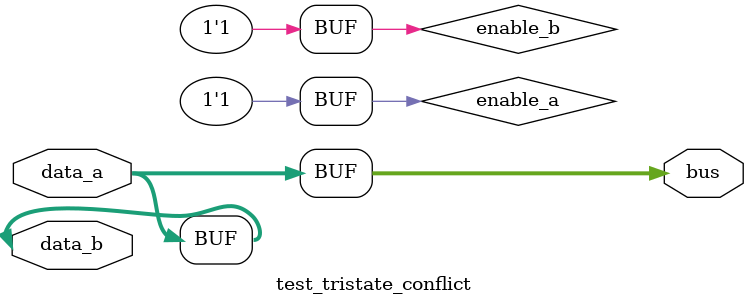
<source format=v>

module test_tristate_conflict(
  input [7:0] data_a,
  input [7:0] data_b,
  output wire [7:0] bus
);
  reg enable_a, enable_b;

  assign bus = enable_a ? data_a : 8'bz;
  assign bus = enable_b ? data_b : 8'bz;

  initial begin
    enable_a = 1;
    enable_b = 1;  // Both enabled - contention!
    // Should result in X when drivers conflict
  end
endmodule

</source>
